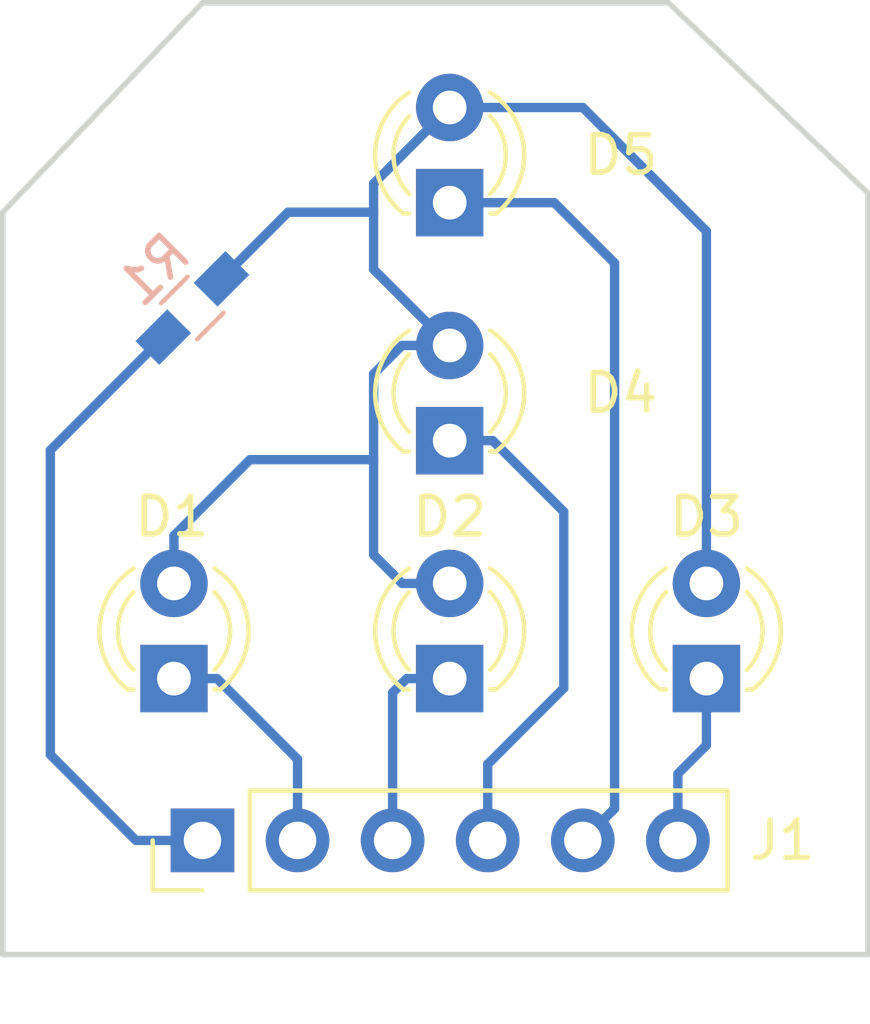
<source format=kicad_pcb>
(kicad_pcb (version 20171130) (host pcbnew 5.0.1)

  (general
    (thickness 1.6)
    (drawings 6)
    (tracks 44)
    (zones 0)
    (modules 7)
    (nets 8)
  )

  (page A4)
  (layers
    (0 F.Cu signal)
    (31 B.Cu signal)
    (32 B.Adhes user)
    (33 F.Adhes user)
    (34 B.Paste user)
    (35 F.Paste user)
    (36 B.SilkS user)
    (37 F.SilkS user)
    (38 B.Mask user)
    (39 F.Mask user)
    (40 Dwgs.User user)
    (41 Cmts.User user)
    (42 Eco1.User user)
    (43 Eco2.User user)
    (44 Edge.Cuts user)
    (45 Margin user)
    (46 B.CrtYd user)
    (47 F.CrtYd user)
    (48 B.Fab user)
    (49 F.Fab user)
  )

  (setup
    (last_trace_width 0.25)
    (trace_clearance 0.2)
    (zone_clearance 0.508)
    (zone_45_only no)
    (trace_min 0.2)
    (segment_width 0.2)
    (edge_width 0.15)
    (via_size 0.8)
    (via_drill 0.4)
    (via_min_size 0.4)
    (via_min_drill 0.3)
    (uvia_size 0.3)
    (uvia_drill 0.1)
    (uvias_allowed no)
    (uvia_min_size 0.2)
    (uvia_min_drill 0.1)
    (pcb_text_width 0.3)
    (pcb_text_size 1.5 1.5)
    (mod_edge_width 0.15)
    (mod_text_size 1 1)
    (mod_text_width 0.15)
    (pad_size 1.524 1.524)
    (pad_drill 0.762)
    (pad_to_mask_clearance 0.051)
    (solder_mask_min_width 0.25)
    (aux_axis_origin 0 0)
    (visible_elements FFFFFF7F)
    (pcbplotparams
      (layerselection 0x010fc_ffffffff)
      (usegerberextensions false)
      (usegerberattributes false)
      (usegerberadvancedattributes false)
      (creategerberjobfile false)
      (excludeedgelayer true)
      (linewidth 0.100000)
      (plotframeref false)
      (viasonmask false)
      (mode 1)
      (useauxorigin false)
      (hpglpennumber 1)
      (hpglpenspeed 20)
      (hpglpendiameter 15.000000)
      (psnegative false)
      (psa4output false)
      (plotreference true)
      (plotvalue true)
      (plotinvisibletext false)
      (padsonsilk false)
      (subtractmaskfromsilk false)
      (outputformat 1)
      (mirror false)
      (drillshape 1)
      (scaleselection 1)
      (outputdirectory ""))
  )

  (net 0 "")
  (net 1 "Net-(D1-Pad2)")
  (net 2 "Net-(D1-Pad1)")
  (net 3 "Net-(D2-Pad1)")
  (net 4 "Net-(D3-Pad1)")
  (net 5 "Net-(D4-Pad1)")
  (net 6 "Net-(D5-Pad1)")
  (net 7 GND)

  (net_class Default "This is the default net class."
    (clearance 0.2)
    (trace_width 0.25)
    (via_dia 0.8)
    (via_drill 0.4)
    (uvia_dia 0.3)
    (uvia_drill 0.1)
    (add_net GND)
    (add_net "Net-(D1-Pad1)")
    (add_net "Net-(D1-Pad2)")
    (add_net "Net-(D2-Pad1)")
    (add_net "Net-(D3-Pad1)")
    (add_net "Net-(D4-Pad1)")
    (add_net "Net-(D5-Pad1)")
  )

  (module Socket_Strips:Socket_Strip_Straight_1x06_Pitch2.54mm (layer F.Cu) (tedit 58CD5446) (tstamp 5C2CAD23)
    (at 140.716 105.664 90)
    (descr "Through hole straight socket strip, 1x06, 2.54mm pitch, single row")
    (tags "Through hole socket strip THT 1x06 2.54mm single row")
    (path /5C2C6811)
    (fp_text reference J1 (at 0 15.494 180) (layer F.SilkS)
      (effects (font (size 1 1) (thickness 0.15)))
    )
    (fp_text value Conn_01x06_Male (at -4.064 6.096 180) (layer F.Fab)
      (effects (font (size 1 1) (thickness 0.15)))
    )
    (fp_text user %R (at 0 -2.33 90) (layer F.Fab)
      (effects (font (size 1 1) (thickness 0.15)))
    )
    (fp_line (start 1.8 -1.8) (end -1.8 -1.8) (layer F.CrtYd) (width 0.05))
    (fp_line (start 1.8 14.5) (end 1.8 -1.8) (layer F.CrtYd) (width 0.05))
    (fp_line (start -1.8 14.5) (end 1.8 14.5) (layer F.CrtYd) (width 0.05))
    (fp_line (start -1.8 -1.8) (end -1.8 14.5) (layer F.CrtYd) (width 0.05))
    (fp_line (start -1.33 -1.33) (end 0 -1.33) (layer F.SilkS) (width 0.12))
    (fp_line (start -1.33 0) (end -1.33 -1.33) (layer F.SilkS) (width 0.12))
    (fp_line (start 1.33 1.27) (end -1.33 1.27) (layer F.SilkS) (width 0.12))
    (fp_line (start 1.33 14.03) (end 1.33 1.27) (layer F.SilkS) (width 0.12))
    (fp_line (start -1.33 14.03) (end 1.33 14.03) (layer F.SilkS) (width 0.12))
    (fp_line (start -1.33 1.27) (end -1.33 14.03) (layer F.SilkS) (width 0.12))
    (fp_line (start 1.27 -1.27) (end -1.27 -1.27) (layer F.Fab) (width 0.1))
    (fp_line (start 1.27 13.97) (end 1.27 -1.27) (layer F.Fab) (width 0.1))
    (fp_line (start -1.27 13.97) (end 1.27 13.97) (layer F.Fab) (width 0.1))
    (fp_line (start -1.27 -1.27) (end -1.27 13.97) (layer F.Fab) (width 0.1))
    (pad 6 thru_hole oval (at 0 12.7 90) (size 1.7 1.7) (drill 1) (layers *.Cu *.Mask)
      (net 4 "Net-(D3-Pad1)"))
    (pad 5 thru_hole oval (at 0 10.16 90) (size 1.7 1.7) (drill 1) (layers *.Cu *.Mask)
      (net 6 "Net-(D5-Pad1)"))
    (pad 4 thru_hole oval (at 0 7.62 90) (size 1.7 1.7) (drill 1) (layers *.Cu *.Mask)
      (net 5 "Net-(D4-Pad1)"))
    (pad 3 thru_hole oval (at 0 5.08 90) (size 1.7 1.7) (drill 1) (layers *.Cu *.Mask)
      (net 3 "Net-(D2-Pad1)"))
    (pad 2 thru_hole oval (at 0 2.54 90) (size 1.7 1.7) (drill 1) (layers *.Cu *.Mask)
      (net 2 "Net-(D1-Pad1)"))
    (pad 1 thru_hole rect (at 0 0 90) (size 1.7 1.7) (drill 1) (layers *.Cu *.Mask)
      (net 7 GND))
    (model ${KISYS3DMOD}/Socket_Strips.3dshapes/Socket_Strip_Straight_1x06_Pitch2.54mm.wrl
      (offset (xyz 0 -6.349999904632568 0))
      (scale (xyz 1 1 1))
      (rotate (xyz 0 0 270))
    )
  )

  (module LEDs:LED_D3.0mm (layer F.Cu) (tedit 5C2CADEF) (tstamp 5C2B6AED)
    (at 139.954 101.346 90)
    (descr "LED, diameter 3.0mm, 2 pins")
    (tags "LED diameter 3.0mm 2 pins")
    (path /5C2C2999)
    (fp_text reference D1 (at 4.318 -0.055424 180) (layer F.SilkS)
      (effects (font (size 1 1) (thickness 0.15)))
    )
    (fp_text value LED (at 1.27 2.96 90) (layer F.Fab)
      (effects (font (size 1 1) (thickness 0.15)))
    )
    (fp_line (start 3.7 -2.25) (end -1.15 -2.25) (layer F.CrtYd) (width 0.05))
    (fp_line (start 3.7 2.25) (end 3.7 -2.25) (layer F.CrtYd) (width 0.05))
    (fp_line (start -1.15 2.25) (end 3.7 2.25) (layer F.CrtYd) (width 0.05))
    (fp_line (start -1.15 -2.25) (end -1.15 2.25) (layer F.CrtYd) (width 0.05))
    (fp_line (start -0.29 1.08) (end -0.29 1.236) (layer F.SilkS) (width 0.12))
    (fp_line (start -0.29 -1.236) (end -0.29 -1.08) (layer F.SilkS) (width 0.12))
    (fp_line (start -0.23 -1.16619) (end -0.23 1.16619) (layer F.Fab) (width 0.1))
    (fp_circle (center 1.27 0) (end 2.77 0) (layer F.Fab) (width 0.1))
    (fp_arc (start 1.27 0) (end 0.229039 1.08) (angle -87.9) (layer F.SilkS) (width 0.12))
    (fp_arc (start 1.27 0) (end 0.229039 -1.08) (angle 87.9) (layer F.SilkS) (width 0.12))
    (fp_arc (start 1.27 0) (end -0.29 1.235516) (angle -108.8) (layer F.SilkS) (width 0.12))
    (fp_arc (start 1.27 0) (end -0.29 -1.235516) (angle 108.8) (layer F.SilkS) (width 0.12))
    (fp_arc (start 1.27 0) (end -0.23 -1.16619) (angle 284.3) (layer F.Fab) (width 0.1))
    (pad 2 thru_hole circle (at 2.54 0 90) (size 1.8 1.8) (drill 0.9) (layers *.Cu *.Mask)
      (net 1 "Net-(D1-Pad2)"))
    (pad 1 thru_hole rect (at 0 0 90) (size 1.8 1.8) (drill 0.9) (layers *.Cu *.Mask)
      (net 2 "Net-(D1-Pad1)"))
    (model ${KISYS3DMOD}/LEDs.3dshapes/LED_D3.0mm.wrl
      (at (xyz 0 0 0))
      (scale (xyz 0.393701 0.393701 0.393701))
      (rotate (xyz 0 0 0))
    )
  )

  (module LEDs:LED_D3.0mm (layer F.Cu) (tedit 5C2CADF8) (tstamp 5C2CA67E)
    (at 147.32 101.346 90)
    (descr "LED, diameter 3.0mm, 2 pins")
    (tags "LED diameter 3.0mm 2 pins")
    (path /5C2C2A3E)
    (fp_text reference D2 (at 4.318 0 180) (layer F.SilkS)
      (effects (font (size 1 1) (thickness 0.15)))
    )
    (fp_text value LED (at 1.27 2.96 90) (layer F.Fab)
      (effects (font (size 1 1) (thickness 0.15)))
    )
    (fp_arc (start 1.27 0) (end -0.23 -1.16619) (angle 284.3) (layer F.Fab) (width 0.1))
    (fp_arc (start 1.27 0) (end -0.29 -1.235516) (angle 108.8) (layer F.SilkS) (width 0.12))
    (fp_arc (start 1.27 0) (end -0.29 1.235516) (angle -108.8) (layer F.SilkS) (width 0.12))
    (fp_arc (start 1.27 0) (end 0.229039 -1.08) (angle 87.9) (layer F.SilkS) (width 0.12))
    (fp_arc (start 1.27 0) (end 0.229039 1.08) (angle -87.9) (layer F.SilkS) (width 0.12))
    (fp_circle (center 1.27 0) (end 2.77 0) (layer F.Fab) (width 0.1))
    (fp_line (start -0.23 -1.16619) (end -0.23 1.16619) (layer F.Fab) (width 0.1))
    (fp_line (start -0.29 -1.236) (end -0.29 -1.08) (layer F.SilkS) (width 0.12))
    (fp_line (start -0.29 1.08) (end -0.29 1.236) (layer F.SilkS) (width 0.12))
    (fp_line (start -1.15 -2.25) (end -1.15 2.25) (layer F.CrtYd) (width 0.05))
    (fp_line (start -1.15 2.25) (end 3.7 2.25) (layer F.CrtYd) (width 0.05))
    (fp_line (start 3.7 2.25) (end 3.7 -2.25) (layer F.CrtYd) (width 0.05))
    (fp_line (start 3.7 -2.25) (end -1.15 -2.25) (layer F.CrtYd) (width 0.05))
    (pad 1 thru_hole rect (at 0 0 90) (size 1.8 1.8) (drill 0.9) (layers *.Cu *.Mask)
      (net 3 "Net-(D2-Pad1)"))
    (pad 2 thru_hole circle (at 2.54 0 90) (size 1.8 1.8) (drill 0.9) (layers *.Cu *.Mask)
      (net 1 "Net-(D1-Pad2)"))
    (model ${KISYS3DMOD}/LEDs.3dshapes/LED_D3.0mm.wrl
      (at (xyz 0 0 0))
      (scale (xyz 0.393701 0.393701 0.393701))
      (rotate (xyz 0 0 0))
    )
  )

  (module LEDs:LED_D3.0mm (layer F.Cu) (tedit 5C2CAE07) (tstamp 5C2B6B74)
    (at 147.32 94.996 90)
    (descr "LED, diameter 3.0mm, 2 pins")
    (tags "LED diameter 3.0mm 2 pins")
    (path /5C2C2A6F)
    (fp_text reference D4 (at 1.27 4.572 180) (layer F.SilkS)
      (effects (font (size 1 1) (thickness 0.15)))
    )
    (fp_text value LED (at 1.27 2.96 90) (layer F.Fab)
      (effects (font (size 1 1) (thickness 0.15)))
    )
    (fp_arc (start 1.27 0) (end -0.23 -1.16619) (angle 284.3) (layer F.Fab) (width 0.1))
    (fp_arc (start 1.27 0) (end -0.29 -1.235516) (angle 108.8) (layer F.SilkS) (width 0.12))
    (fp_arc (start 1.27 0) (end -0.29 1.235516) (angle -108.8) (layer F.SilkS) (width 0.12))
    (fp_arc (start 1.27 0) (end 0.229039 -1.08) (angle 87.9) (layer F.SilkS) (width 0.12))
    (fp_arc (start 1.27 0) (end 0.229039 1.08) (angle -87.9) (layer F.SilkS) (width 0.12))
    (fp_circle (center 1.27 0) (end 2.77 0) (layer F.Fab) (width 0.1))
    (fp_line (start -0.23 -1.16619) (end -0.23 1.16619) (layer F.Fab) (width 0.1))
    (fp_line (start -0.29 -1.236) (end -0.29 -1.08) (layer F.SilkS) (width 0.12))
    (fp_line (start -0.29 1.08) (end -0.29 1.236) (layer F.SilkS) (width 0.12))
    (fp_line (start -1.15 -2.25) (end -1.15 2.25) (layer F.CrtYd) (width 0.05))
    (fp_line (start -1.15 2.25) (end 3.7 2.25) (layer F.CrtYd) (width 0.05))
    (fp_line (start 3.7 2.25) (end 3.7 -2.25) (layer F.CrtYd) (width 0.05))
    (fp_line (start 3.7 -2.25) (end -1.15 -2.25) (layer F.CrtYd) (width 0.05))
    (pad 1 thru_hole rect (at 0 0 90) (size 1.8 1.8) (drill 0.9) (layers *.Cu *.Mask)
      (net 5 "Net-(D4-Pad1)"))
    (pad 2 thru_hole circle (at 2.54 0 90) (size 1.8 1.8) (drill 0.9) (layers *.Cu *.Mask)
      (net 1 "Net-(D1-Pad2)"))
    (model ${KISYS3DMOD}/LEDs.3dshapes/LED_D3.0mm.wrl
      (at (xyz 0 0 0))
      (scale (xyz 0.393701 0.393701 0.393701))
      (rotate (xyz 0 0 0))
    )
  )

  (module LEDs:LED_D3.0mm (layer F.Cu) (tedit 5C2CAE0C) (tstamp 5C2CAA01)
    (at 147.32 88.646 90)
    (descr "LED, diameter 3.0mm, 2 pins")
    (tags "LED diameter 3.0mm 2 pins")
    (path /5C2C2A10)
    (fp_text reference D5 (at 1.27 4.572 180) (layer F.SilkS)
      (effects (font (size 1 1) (thickness 0.15)))
    )
    (fp_text value LED (at 1.27 2.96 90) (layer F.Fab)
      (effects (font (size 1 1) (thickness 0.15)))
    )
    (fp_line (start 3.7 -2.25) (end -1.15 -2.25) (layer F.CrtYd) (width 0.05))
    (fp_line (start 3.7 2.25) (end 3.7 -2.25) (layer F.CrtYd) (width 0.05))
    (fp_line (start -1.15 2.25) (end 3.7 2.25) (layer F.CrtYd) (width 0.05))
    (fp_line (start -1.15 -2.25) (end -1.15 2.25) (layer F.CrtYd) (width 0.05))
    (fp_line (start -0.29 1.08) (end -0.29 1.236) (layer F.SilkS) (width 0.12))
    (fp_line (start -0.29 -1.236) (end -0.29 -1.08) (layer F.SilkS) (width 0.12))
    (fp_line (start -0.23 -1.16619) (end -0.23 1.16619) (layer F.Fab) (width 0.1))
    (fp_circle (center 1.27 0) (end 2.77 0) (layer F.Fab) (width 0.1))
    (fp_arc (start 1.27 0) (end 0.229039 1.08) (angle -87.9) (layer F.SilkS) (width 0.12))
    (fp_arc (start 1.27 0) (end 0.229039 -1.08) (angle 87.9) (layer F.SilkS) (width 0.12))
    (fp_arc (start 1.27 0) (end -0.29 1.235516) (angle -108.8) (layer F.SilkS) (width 0.12))
    (fp_arc (start 1.27 0) (end -0.29 -1.235516) (angle 108.8) (layer F.SilkS) (width 0.12))
    (fp_arc (start 1.27 0) (end -0.23 -1.16619) (angle 284.3) (layer F.Fab) (width 0.1))
    (pad 2 thru_hole circle (at 2.54 0 90) (size 1.8 1.8) (drill 0.9) (layers *.Cu *.Mask)
      (net 1 "Net-(D1-Pad2)"))
    (pad 1 thru_hole rect (at 0 0 90) (size 1.8 1.8) (drill 0.9) (layers *.Cu *.Mask)
      (net 6 "Net-(D5-Pad1)"))
    (model ${KISYS3DMOD}/LEDs.3dshapes/LED_D3.0mm.wrl
      (at (xyz 0 0 0))
      (scale (xyz 0.393701 0.393701 0.393701))
      (rotate (xyz 0 0 0))
    )
  )

  (module LEDs:LED_D3.0mm (layer F.Cu) (tedit 5C2CAE01) (tstamp 5C2CAA97)
    (at 154.178 101.346 90)
    (descr "LED, diameter 3.0mm, 2 pins")
    (tags "LED diameter 3.0mm 2 pins")
    (path /5C2C2AD6)
    (fp_text reference D3 (at 4.318 0 180) (layer F.SilkS)
      (effects (font (size 1 1) (thickness 0.15)))
    )
    (fp_text value LED (at 1.27 2.96 90) (layer F.Fab)
      (effects (font (size 1 1) (thickness 0.15)))
    )
    (fp_arc (start 1.27 0) (end -0.23 -1.16619) (angle 284.3) (layer F.Fab) (width 0.1))
    (fp_arc (start 1.27 0) (end -0.29 -1.235516) (angle 108.8) (layer F.SilkS) (width 0.12))
    (fp_arc (start 1.27 0) (end -0.29 1.235516) (angle -108.8) (layer F.SilkS) (width 0.12))
    (fp_arc (start 1.27 0) (end 0.229039 -1.08) (angle 87.9) (layer F.SilkS) (width 0.12))
    (fp_arc (start 1.27 0) (end 0.229039 1.08) (angle -87.9) (layer F.SilkS) (width 0.12))
    (fp_circle (center 1.27 0) (end 2.77 0) (layer F.Fab) (width 0.1))
    (fp_line (start -0.23 -1.16619) (end -0.23 1.16619) (layer F.Fab) (width 0.1))
    (fp_line (start -0.29 -1.236) (end -0.29 -1.08) (layer F.SilkS) (width 0.12))
    (fp_line (start -0.29 1.08) (end -0.29 1.236) (layer F.SilkS) (width 0.12))
    (fp_line (start -1.15 -2.25) (end -1.15 2.25) (layer F.CrtYd) (width 0.05))
    (fp_line (start -1.15 2.25) (end 3.7 2.25) (layer F.CrtYd) (width 0.05))
    (fp_line (start 3.7 2.25) (end 3.7 -2.25) (layer F.CrtYd) (width 0.05))
    (fp_line (start 3.7 -2.25) (end -1.15 -2.25) (layer F.CrtYd) (width 0.05))
    (pad 1 thru_hole rect (at 0 0 90) (size 1.8 1.8) (drill 0.9) (layers *.Cu *.Mask)
      (net 4 "Net-(D3-Pad1)"))
    (pad 2 thru_hole circle (at 2.54 0 90) (size 1.8 1.8) (drill 0.9) (layers *.Cu *.Mask)
      (net 1 "Net-(D1-Pad2)"))
    (model ${KISYS3DMOD}/LEDs.3dshapes/LED_D3.0mm.wrl
      (at (xyz 0 0 0))
      (scale (xyz 0.393701 0.393701 0.393701))
      (rotate (xyz 0 0 0))
    )
  )

  (module Resistors_SMD:R_0603_HandSoldering (layer B.Cu) (tedit 58E0A804) (tstamp 5C2CA939)
    (at 140.446183 91.455817 225)
    (descr "Resistor SMD 0603, hand soldering")
    (tags "resistor 0603")
    (path /5C2C3B8D)
    (attr smd)
    (fp_text reference R1 (at 0 1.45 225) (layer B.SilkS)
      (effects (font (size 1 1) (thickness 0.15)) (justify mirror))
    )
    (fp_text value R (at 0 -1.550001 225) (layer B.Fab)
      (effects (font (size 1 1) (thickness 0.15)) (justify mirror))
    )
    (fp_line (start 1.95 -0.7) (end -1.96 -0.7) (layer B.CrtYd) (width 0.05))
    (fp_line (start 1.95 -0.7) (end 1.95 0.7) (layer B.CrtYd) (width 0.05))
    (fp_line (start -1.96 0.7) (end -1.96 -0.7) (layer B.CrtYd) (width 0.05))
    (fp_line (start -1.96 0.7) (end 1.95 0.7) (layer B.CrtYd) (width 0.05))
    (fp_line (start -0.5 0.68) (end 0.5 0.68) (layer B.SilkS) (width 0.12))
    (fp_line (start 0.5 -0.68) (end -0.5 -0.68) (layer B.SilkS) (width 0.12))
    (fp_line (start -0.8 0.4) (end 0.8 0.4) (layer B.Fab) (width 0.1))
    (fp_line (start 0.8 0.4) (end 0.8 -0.4) (layer B.Fab) (width 0.1))
    (fp_line (start 0.8 -0.4) (end -0.8 -0.4) (layer B.Fab) (width 0.1))
    (fp_line (start -0.8 -0.4) (end -0.8 0.4) (layer B.Fab) (width 0.1))
    (fp_text user %R (at 0 0 225) (layer B.Fab)
      (effects (font (size 0.4 0.4) (thickness 0.075)) (justify mirror))
    )
    (pad 2 smd rect (at 1.099999 0 225) (size 1.2 0.9) (layers B.Cu B.Paste B.Mask)
      (net 7 GND))
    (pad 1 smd rect (at -1.099999 0 225) (size 1.2 0.9) (layers B.Cu B.Paste B.Mask)
      (net 1 "Net-(D1-Pad2)"))
    (model ${KISYS3DMOD}/Resistors_SMD.3dshapes/R_0603.wrl
      (at (xyz 0 0 0))
      (scale (xyz 1 1 1))
      (rotate (xyz 0 0 0))
    )
  )

  (gr_line (start 158.496 88.392) (end 158.496 108.712) (layer Edge.Cuts) (width 0.15))
  (gr_line (start 153.162 83.312) (end 158.496 88.392) (layer Edge.Cuts) (width 0.15) (tstamp 5C2B6D24))
  (gr_line (start 140.716 83.312) (end 153.162 83.312) (layer Edge.Cuts) (width 0.15) (tstamp 5C2B6D1C))
  (gr_line (start 135.382 88.9) (end 140.716 83.312) (layer Edge.Cuts) (width 0.15) (tstamp 5C2B6956))
  (gr_line (start 135.382 108.712) (end 135.382 88.9) (layer Edge.Cuts) (width 0.15))
  (gr_line (start 158.496 108.712) (end 135.382 108.712) (layer Edge.Cuts) (width 0.15))

  (segment (start 147.32 86.106) (end 145.288 88.138) (width 0.25) (layer B.Cu) (net 1) (status 10))
  (segment (start 145.288 90.424) (end 147.32 92.456) (width 0.25) (layer B.Cu) (net 1) (status 20))
  (segment (start 147.32 92.456) (end 146.047208 92.456) (width 0.25) (layer B.Cu) (net 1) (status 10))
  (segment (start 146.047208 92.456) (end 145.288 93.215208) (width 0.25) (layer B.Cu) (net 1))
  (segment (start 145.796 98.554792) (end 145.796 98.552) (width 0.25) (layer B.Cu) (net 1))
  (segment (start 146.047208 98.806) (end 145.796 98.554792) (width 0.25) (layer B.Cu) (net 1))
  (segment (start 147.32 98.806) (end 146.047208 98.806) (width 0.25) (layer B.Cu) (net 1) (status 10))
  (segment (start 145.288 98.044) (end 145.796 98.552) (width 0.25) (layer B.Cu) (net 1))
  (segment (start 139.954 97.533208) (end 141.983208 95.504) (width 0.25) (layer B.Cu) (net 1))
  (segment (start 139.954 98.806) (end 139.954 97.533208) (width 0.25) (layer B.Cu) (net 1) (status 10))
  (segment (start 141.983208 95.504) (end 145.288 95.504) (width 0.25) (layer B.Cu) (net 1))
  (segment (start 145.288 93.215208) (end 145.288 95.504) (width 0.25) (layer B.Cu) (net 1))
  (segment (start 145.288 95.504) (end 145.288 98.044) (width 0.25) (layer B.Cu) (net 1))
  (segment (start 154.178 98.806) (end 154.178 89.408) (width 0.25) (layer B.Cu) (net 1) (status 10))
  (segment (start 150.876 86.106) (end 147.32 86.106) (width 0.25) (layer B.Cu) (net 1) (status 20))
  (segment (start 154.178 89.408) (end 150.876 86.106) (width 0.25) (layer B.Cu) (net 1))
  (segment (start 143.002 88.9) (end 145.288 88.9) (width 0.25) (layer B.Cu) (net 1))
  (segment (start 141.224 90.678) (end 143.002 88.9) (width 0.25) (layer B.Cu) (net 1) (status 10))
  (segment (start 145.288 88.138) (end 145.288 88.9) (width 0.25) (layer B.Cu) (net 1))
  (segment (start 145.288 88.9) (end 145.288 90.424) (width 0.25) (layer B.Cu) (net 1))
  (segment (start 154.178 101.346) (end 154.178 103.124) (width 0.25) (layer B.Cu) (net 4) (status 10))
  (segment (start 154.178 103.124) (end 153.416 103.886) (width 0.25) (layer B.Cu) (net 4))
  (segment (start 150.114 88.646) (end 147.32 88.646) (width 0.25) (layer B.Cu) (net 6) (status 20))
  (segment (start 151.725999 90.257999) (end 150.114 88.646) (width 0.25) (layer B.Cu) (net 6))
  (segment (start 148.47 94.996) (end 150.368 96.894) (width 0.25) (layer B.Cu) (net 5))
  (segment (start 147.32 94.996) (end 148.47 94.996) (width 0.25) (layer B.Cu) (net 5) (status 10))
  (segment (start 150.368 96.894) (end 150.368 101.6) (width 0.25) (layer B.Cu) (net 5))
  (segment (start 150.368 101.6) (end 148.336 103.632) (width 0.25) (layer B.Cu) (net 5))
  (segment (start 145.796 101.72) (end 145.796 104.461919) (width 0.25) (layer B.Cu) (net 3))
  (segment (start 146.17 101.346) (end 145.796 101.72) (width 0.25) (layer B.Cu) (net 3))
  (segment (start 147.32 101.346) (end 146.17 101.346) (width 0.25) (layer B.Cu) (net 3) (status 10))
  (segment (start 143.256 103.498) (end 143.256 104.461919) (width 0.25) (layer B.Cu) (net 2))
  (segment (start 141.104 101.346) (end 143.256 103.498) (width 0.25) (layer B.Cu) (net 2))
  (segment (start 139.954 101.346) (end 141.104 101.346) (width 0.25) (layer B.Cu) (net 2) (status 10))
  (segment (start 143.256 104.461919) (end 143.256 105.664) (width 0.25) (layer B.Cu) (net 2) (status 20))
  (segment (start 145.796 104.461919) (end 145.796 105.664) (width 0.25) (layer B.Cu) (net 3) (status 20))
  (segment (start 153.416 103.886) (end 153.416 105.664) (width 0.25) (layer B.Cu) (net 4) (status 20))
  (segment (start 148.336 103.632) (end 148.336 105.664) (width 0.25) (layer B.Cu) (net 5) (status 20))
  (segment (start 151.725999 104.814001) (end 151.725999 90.257999) (width 0.25) (layer B.Cu) (net 6) (status 10))
  (segment (start 150.876 105.664) (end 151.725999 104.814001) (width 0.25) (layer B.Cu) (net 6) (status 30))
  (segment (start 136.652 103.378) (end 138.938 105.664) (width 0.25) (layer B.Cu) (net 7))
  (segment (start 138.938 105.664) (end 140.716 105.664) (width 0.25) (layer B.Cu) (net 7) (status 20))
  (segment (start 139.668366 92.233634) (end 136.652 95.25) (width 0.25) (layer B.Cu) (net 7) (status 10))
  (segment (start 136.652 95.25) (end 136.652 103.378) (width 0.25) (layer B.Cu) (net 7))

)

</source>
